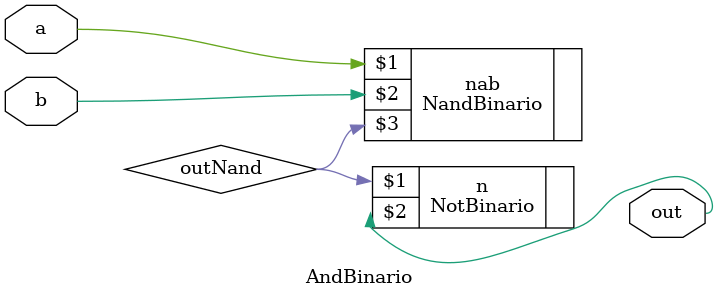
<source format=v>
module AndBinario(a,b,out);
	input a,b;
	output out;
	
	wire outNand;
	
	NandBinario nab(a,b,outNand);
	NotBinario n(outNand,out);
endmodule 

</source>
